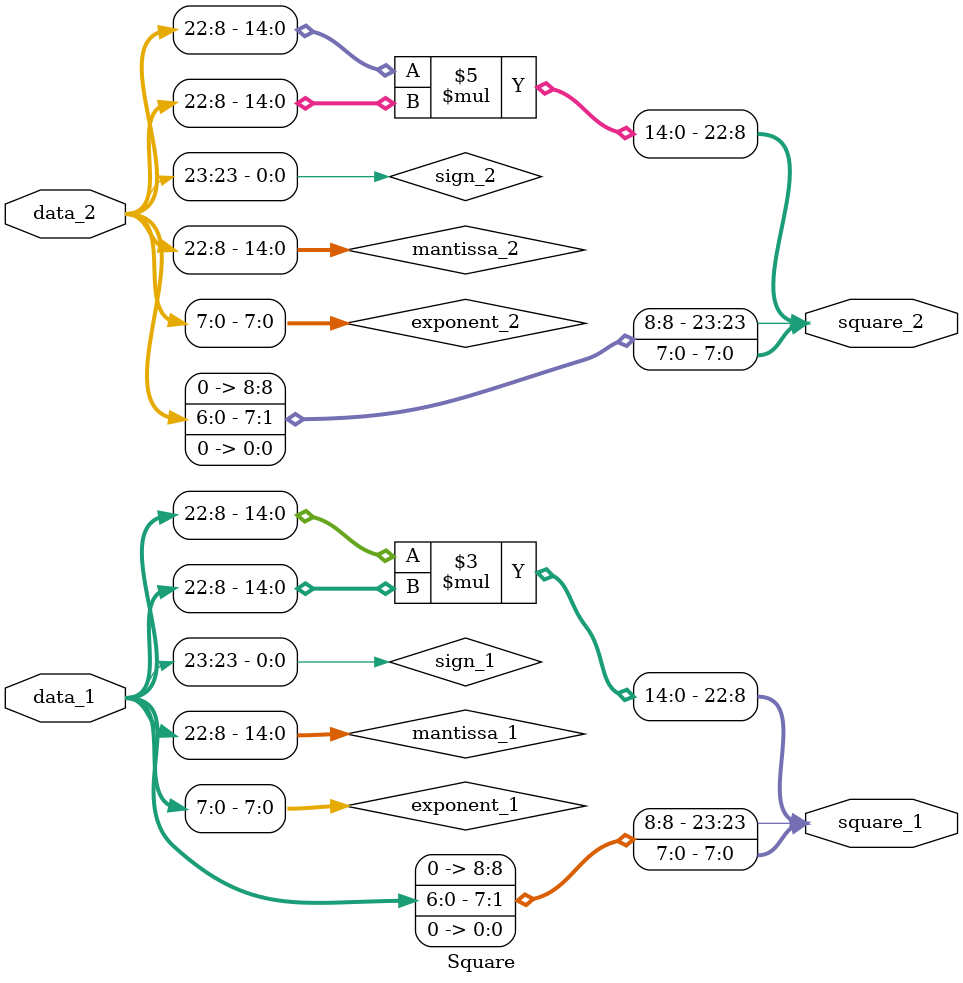
<source format=v>
module Square #(parameter word_size=24)(square_1,square_2, data_1, data_2);

output reg[word_size-1: 0] square_1,square_2;
input [word_size-1: 0] data_1, data_2;
wire [7:0]exponent_1;
wire [14:0]mantissa_1;
wire sign_1;
wire [7:0]exponent_2;
wire [14:0]mantissa_2;
wire sign_2;

assign exponent_1=data_1[7:0];
assign mantissa_1=data_1[word_size-2:8];
assign sign_1=data_1[word_size-1];

assign exponent_2=data_2[7:0];
assign mantissa_2=data_2[word_size-2:8];
assign sign_2=data_2[word_size-1];

always @ (data_1 or data_2)
begin
square_1={1'b0,mantissa_1*mantissa_1,exponent_1<<1};
square_2={1'b0,mantissa_2*mantissa_2,exponent_2<<1};
end

endmodule
</source>
